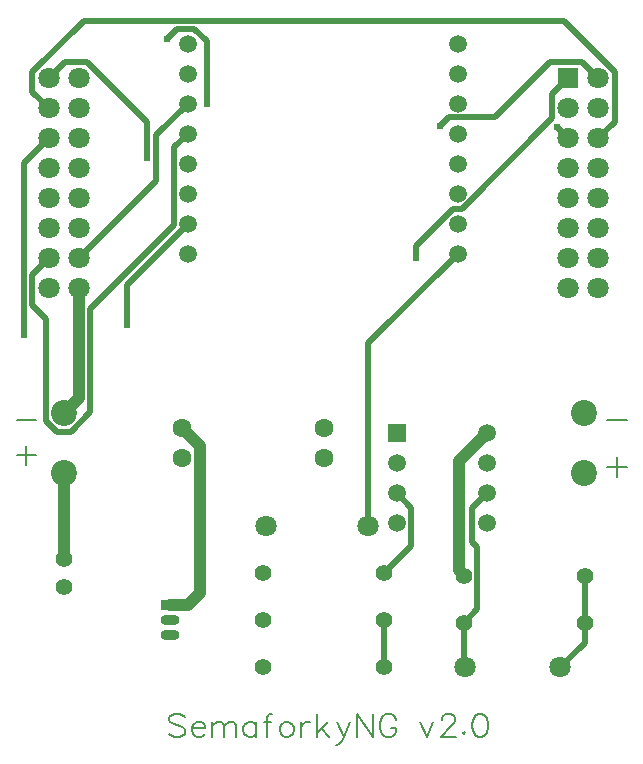
<source format=gtl>
G04 Layer: TopLayer*
G04 EasyEDA v6.5.23, 2023-06-23 23:10:11*
G04 1e2d741d03b145c09d046448db4ed045,57889503967a4714bf52c07adae62c9a,10*
G04 Gerber Generator version 0.2*
G04 Scale: 100 percent, Rotated: No, Reflected: No *
G04 Dimensions in millimeters *
G04 leading zeros omitted , absolute positions ,4 integer and 5 decimal *
%FSLAX45Y45*%
%MOMM*%

%ADD10C,0.2032*%
%ADD11C,0.5000*%
%ADD12C,1.0000*%
%ADD13C,1.5080*%
%ADD14C,1.4000*%
%ADD15O,1.5999968X0.8999982*%
%ADD16R,1.6000X0.9000*%
%ADD17C,1.4000*%
%ADD18C,2.2000*%
%ADD19R,1.5000X1.5000*%
%ADD20C,1.5000*%
%ADD21R,1.8000X1.8000*%
%ADD22C,1.8000*%
%ADD23C,1.6000*%
%ADD24C,0.6100*%
%ADD25C,0.0127*%

%LPD*%
D10*
X2223261Y1877364D02*
G01*
X2204720Y1895906D01*
X2177034Y1905050D01*
X2140204Y1905050D01*
X2112518Y1895906D01*
X2093975Y1877364D01*
X2093975Y1858822D01*
X2103120Y1840280D01*
X2112518Y1831136D01*
X2130806Y1821992D01*
X2186431Y1803450D01*
X2204720Y1794306D01*
X2214118Y1784908D01*
X2223261Y1766620D01*
X2223261Y1738680D01*
X2204720Y1720392D01*
X2177034Y1710994D01*
X2140204Y1710994D01*
X2112518Y1720392D01*
X2093975Y1738680D01*
X2284222Y1784908D02*
G01*
X2394965Y1784908D01*
X2394965Y1803450D01*
X2385822Y1821992D01*
X2376677Y1831136D01*
X2358136Y1840280D01*
X2330450Y1840280D01*
X2311908Y1831136D01*
X2293365Y1812594D01*
X2284222Y1784908D01*
X2284222Y1766620D01*
X2293365Y1738680D01*
X2311908Y1720392D01*
X2330450Y1710994D01*
X2358136Y1710994D01*
X2376677Y1720392D01*
X2394965Y1738680D01*
X2455925Y1840280D02*
G01*
X2455925Y1710994D01*
X2455925Y1803450D02*
G01*
X2483611Y1831136D01*
X2502154Y1840280D01*
X2529840Y1840280D01*
X2548381Y1831136D01*
X2557525Y1803450D01*
X2557525Y1710994D01*
X2557525Y1803450D02*
G01*
X2585211Y1831136D01*
X2603754Y1840280D01*
X2631440Y1840280D01*
X2649981Y1831136D01*
X2659125Y1803450D01*
X2659125Y1710994D01*
X2831084Y1840280D02*
G01*
X2831084Y1710994D01*
X2831084Y1812594D02*
G01*
X2812541Y1831136D01*
X2794000Y1840280D01*
X2766313Y1840280D01*
X2747772Y1831136D01*
X2729484Y1812594D01*
X2720086Y1784908D01*
X2720086Y1766620D01*
X2729484Y1738680D01*
X2747772Y1720392D01*
X2766313Y1710994D01*
X2794000Y1710994D01*
X2812541Y1720392D01*
X2831084Y1738680D01*
X2965958Y1905050D02*
G01*
X2947415Y1905050D01*
X2928874Y1895906D01*
X2919729Y1868220D01*
X2919729Y1710994D01*
X2892043Y1840280D02*
G01*
X2956559Y1840280D01*
X3072891Y1840280D02*
G01*
X3054604Y1831136D01*
X3036061Y1812594D01*
X3026918Y1784908D01*
X3026918Y1766620D01*
X3036061Y1738680D01*
X3054604Y1720392D01*
X3072891Y1710994D01*
X3100831Y1710994D01*
X3119120Y1720392D01*
X3137661Y1738680D01*
X3146806Y1766620D01*
X3146806Y1784908D01*
X3137661Y1812594D01*
X3119120Y1831136D01*
X3100831Y1840280D01*
X3072891Y1840280D01*
X3207765Y1840280D02*
G01*
X3207765Y1710994D01*
X3207765Y1784908D02*
G01*
X3217163Y1812594D01*
X3235452Y1831136D01*
X3253993Y1840280D01*
X3281679Y1840280D01*
X3342640Y1905050D02*
G01*
X3342640Y1710994D01*
X3435095Y1840280D02*
G01*
X3342640Y1748078D01*
X3379724Y1784908D02*
G01*
X3444240Y1710994D01*
X3514597Y1840280D02*
G01*
X3569970Y1710994D01*
X3625341Y1840280D02*
G01*
X3569970Y1710994D01*
X3551427Y1674164D01*
X3532886Y1655622D01*
X3514597Y1646478D01*
X3505200Y1646478D01*
X3686302Y1905050D02*
G01*
X3686302Y1710994D01*
X3686302Y1905050D02*
G01*
X3815588Y1710994D01*
X3815588Y1905050D02*
G01*
X3815588Y1710994D01*
X4015231Y1858822D02*
G01*
X4005834Y1877364D01*
X3987291Y1895906D01*
X3969004Y1905050D01*
X3931920Y1905050D01*
X3913631Y1895906D01*
X3895090Y1877364D01*
X3885691Y1858822D01*
X3876547Y1831136D01*
X3876547Y1784908D01*
X3885691Y1757222D01*
X3895090Y1738680D01*
X3913631Y1720392D01*
X3931920Y1710994D01*
X3969004Y1710994D01*
X3987291Y1720392D01*
X4005834Y1738680D01*
X4015231Y1757222D01*
X4015231Y1784908D01*
X3969004Y1784908D02*
G01*
X4015231Y1784908D01*
X4218431Y1840280D02*
G01*
X4273804Y1710994D01*
X4329175Y1840280D02*
G01*
X4273804Y1710994D01*
X4399279Y1858822D02*
G01*
X4399279Y1868220D01*
X4408677Y1886508D01*
X4417822Y1895906D01*
X4436363Y1905050D01*
X4473193Y1905050D01*
X4491736Y1895906D01*
X4500879Y1886508D01*
X4510277Y1868220D01*
X4510277Y1849678D01*
X4500879Y1831136D01*
X4482591Y1803450D01*
X4390136Y1710994D01*
X4519422Y1710994D01*
X4589525Y1757222D02*
G01*
X4580381Y1748078D01*
X4589525Y1738680D01*
X4598924Y1748078D01*
X4589525Y1757222D01*
X4715256Y1905050D02*
G01*
X4687570Y1895906D01*
X4669027Y1868220D01*
X4659884Y1821992D01*
X4659884Y1794306D01*
X4669027Y1748078D01*
X4687570Y1720392D01*
X4715256Y1710994D01*
X4733797Y1710994D01*
X4761484Y1720392D01*
X4779772Y1748078D01*
X4789170Y1794306D01*
X4789170Y1821992D01*
X4779772Y1868220D01*
X4761484Y1895906D01*
X4733797Y1905050D01*
X4715256Y1905050D01*
X5882995Y4077385D02*
G01*
X5882995Y3911015D01*
X5799937Y3994327D02*
G01*
X5966307Y3994327D01*
X5799937Y4394098D02*
G01*
X5966307Y4394098D01*
X883005Y4177385D02*
G01*
X883005Y4011015D01*
X799947Y4094327D02*
G01*
X966317Y4094327D01*
X799947Y4394098D02*
G01*
X966317Y4394098D01*
D11*
X3779979Y3499993D02*
G01*
X3779979Y5046979D01*
X4536899Y5803900D01*
X1326898Y5765037D02*
G01*
X1983920Y6422059D01*
X1983920Y6806920D01*
X2250899Y7073900D01*
X2250899Y6819900D02*
G01*
X2135101Y6704101D01*
X2135101Y6042050D01*
X1424637Y5331587D01*
X1424637Y4459376D01*
X1261976Y4296714D01*
X1139675Y4296714D01*
X1049606Y4386783D01*
X1049606Y5253507D01*
X933046Y5370068D01*
X933046Y5625185D01*
X1072898Y5765037D01*
X4018993Y3772992D02*
G01*
X4139465Y3652520D01*
X4139465Y3329457D01*
X3910002Y3099993D01*
X1072898Y7035037D02*
G01*
X933630Y7174306D01*
X933630Y7340625D01*
X1367792Y7774787D01*
X5434865Y7774787D01*
X5866792Y7342860D01*
X5866792Y6921144D01*
X5726940Y6781292D01*
D12*
X1326898Y5511037D02*
G01*
X1326898Y4576902D01*
X1200000Y4450003D01*
X2204112Y4326991D02*
G01*
X2354125Y4176979D01*
X2354125Y2926029D01*
X2255090Y2826994D01*
X2099998Y2826994D02*
G01*
X2255090Y2826994D01*
X1200000Y3950004D02*
G01*
X1200000Y3220135D01*
X4780993Y4280992D02*
G01*
X4544976Y4044975D01*
X4544976Y3122803D01*
X4589985Y3077794D01*
D11*
X3910002Y2299995D02*
G01*
X3910002Y2699994D01*
X5399991Y2299995D02*
G01*
X5609998Y2510002D01*
X5609998Y2677795D01*
X5609998Y2677795D02*
G01*
X5609998Y3077794D01*
X4599993Y2299995D02*
G01*
X4589985Y2310003D01*
X4589985Y2677795D01*
X4780993Y3772992D02*
G01*
X4655771Y3647770D01*
X4655771Y3363696D01*
X4702787Y3316681D01*
X4702787Y2790596D01*
X4589985Y2677795D01*
X5472940Y6781292D02*
G01*
X5375734Y6878497D01*
X5726940Y7289292D02*
G01*
X5590872Y7425359D01*
X5317441Y7425359D01*
X4850183Y6958101D01*
X4459632Y6958101D01*
X4385109Y6883577D01*
X4182137Y5770295D02*
G01*
X4182137Y5871794D01*
X4495243Y6184900D01*
X4573983Y6184900D01*
X5337482Y6948398D01*
X5337482Y7153833D01*
X5472940Y7289292D01*
X1072898Y6781037D02*
G01*
X863450Y6571589D01*
X863450Y5114696D01*
X2250899Y6057900D02*
G01*
X1734568Y5541568D01*
X1734568Y5198770D01*
X1906221Y6610832D02*
G01*
X1906221Y6916038D01*
X1399694Y7422565D01*
X1206426Y7422565D01*
X1072898Y7289037D01*
X2073379Y7621904D02*
G01*
X2156945Y7705470D01*
X2303960Y7705470D01*
X2408989Y7600442D01*
X2408989Y7073900D01*
D13*
G01*
X4536897Y5803900D03*
G01*
X2250897Y5803900D03*
G01*
X4536897Y7581900D03*
G01*
X4536897Y7327900D03*
G01*
X4536897Y7073900D03*
G01*
X4536897Y6819900D03*
G01*
X4536897Y6565900D03*
G01*
X4536897Y6311900D03*
G01*
X4536897Y6057900D03*
G01*
X2250897Y7581900D03*
G01*
X2250897Y7327900D03*
G01*
X2250897Y7073900D03*
G01*
X2250897Y6819900D03*
G01*
X2250897Y6565900D03*
G01*
X2250897Y6311900D03*
G01*
X2250897Y6057900D03*
D14*
G01*
X1199997Y3220135D03*
G01*
X1199997Y2979851D03*
D15*
G01*
X2099995Y2572994D03*
G01*
X2099995Y2699994D03*
D16*
G01*
X2099995Y2826994D03*
D17*
G01*
X2889986Y2699994D03*
G01*
X3909999Y2699994D03*
G01*
X2889986Y2299995D03*
G01*
X3909999Y2299995D03*
G01*
X2889986Y3099993D03*
G01*
X3909999Y3099993D03*
G01*
X4589983Y3077794D03*
G01*
X5609996Y3077794D03*
G01*
X5609996Y2677795D03*
G01*
X4589983Y2677795D03*
D18*
G01*
X5604093Y4449991D03*
G01*
X5604093Y3949992D03*
G01*
X1199997Y3949992D03*
G01*
X1199997Y4449991D03*
D19*
G01*
X4018991Y4280992D03*
D20*
G01*
X4018991Y4026992D03*
G01*
X4018991Y3772992D03*
G01*
X4018991Y3518992D03*
G01*
X4780991Y4280992D03*
G01*
X4780991Y4026992D03*
G01*
X4780991Y3772992D03*
G01*
X4780991Y3518992D03*
D21*
G01*
X5472938Y7289292D03*
D22*
G01*
X5726938Y7289292D03*
G01*
X5472938Y7035292D03*
G01*
X5726938Y7035292D03*
G01*
X5472938Y6781292D03*
G01*
X5726938Y6781292D03*
G01*
X5472938Y6527292D03*
G01*
X5726938Y6527292D03*
G01*
X5472938Y6273292D03*
G01*
X5726938Y6273292D03*
G01*
X5472938Y6019292D03*
G01*
X5726938Y6019292D03*
G01*
X5472938Y5765292D03*
G01*
X5726938Y5765292D03*
G01*
X5472938Y5511292D03*
G01*
X5726938Y5511292D03*
G01*
X1326895Y5511037D03*
G01*
X1072895Y5511037D03*
G01*
X1326895Y5765037D03*
G01*
X1072895Y5765037D03*
G01*
X1326895Y6019037D03*
G01*
X1072895Y6019037D03*
G01*
X1326895Y6273037D03*
G01*
X1072895Y6273037D03*
G01*
X1326895Y6527037D03*
G01*
X1072895Y6527037D03*
G01*
X1326895Y6781037D03*
G01*
X1072895Y6781037D03*
G01*
X1326895Y7035037D03*
G01*
X1072895Y7035037D03*
G01*
X1326895Y7289037D03*
G01*
X1072895Y7289037D03*
D23*
G01*
X2204100Y4072991D03*
G01*
X2204100Y4326991D03*
G01*
X3404097Y4072991D03*
G01*
X3404097Y4326991D03*
D22*
G01*
X5399989Y2299995D03*
G01*
X4599990Y2299995D03*
G01*
X2909976Y3499993D03*
G01*
X3779977Y3499993D03*
D24*
G01*
X2408989Y7073900D03*
G01*
X2073379Y7621904D03*
G01*
X1906221Y6610832D03*
G01*
X1734568Y5198770D03*
G01*
X4182137Y5770295D03*
G01*
X863450Y5114696D03*
G01*
X4385109Y6883577D03*
G01*
X5375734Y6878497D03*
M02*

</source>
